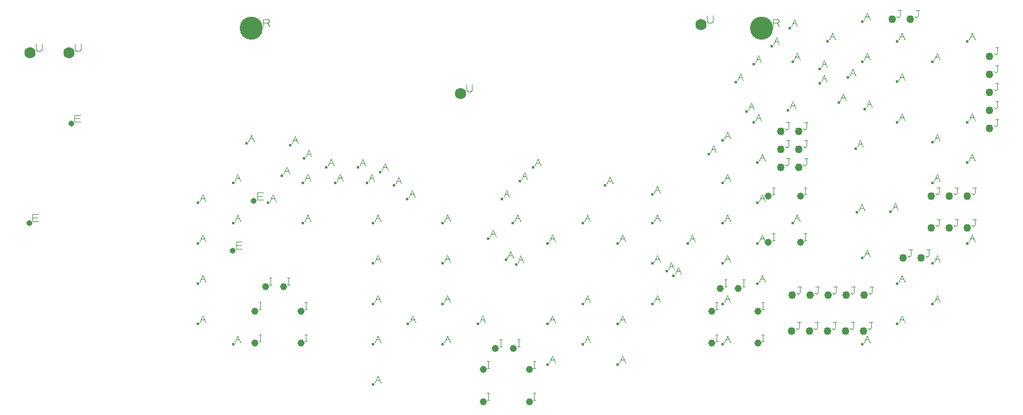
<source format=gbr>
G04 GENERATED BY PULSONIX 8.5 GERBER.DLL 5907*
G04 #@! TF.Part,Single*
%FSLAX35Y35*%
%LPD*%
%MOMM*%
%ADD102C,0.10000*%
G04 #@! TA.AperFunction,ViaPad*
%ADD147C,0.40000*%
G04 #@! TA.AperFunction,WasherPad*
%ADD148C,3.25000*%
G04 #@! TA.AperFunction,ComponentPad*
%ADD151C,1.10000*%
%ADD152C,1.60000*%
%ADD154C,1.00000*%
%ADD218C,0.80000*%
X0Y0D02*
D02*
D102*
X565564Y2796805D02*
X565564Y2895628D01*
X647917*
X631446Y2846217D02*
X565564Y2846217D01*
Y2796805D02*
X647917Y2796805D01*
X617008Y5300029D02*
X617008Y5225912D01*
X625243Y5209441*
X641714Y5201206*
X674655*
X691126Y5209441*
X699361Y5225912*
Y5300029*
X1161038Y4199654D02*
X1161038Y4298477D01*
X1243391*
X1226920Y4249066D02*
X1161038Y4249066D01*
Y4199654D02*
X1243391Y4199654D01*
X1167008Y5300029D02*
X1167008Y5225912D01*
X1175243Y5209441*
X1191714Y5201206*
X1224655*
X1241126Y5209441*
X1249361Y5225912*
Y5300029*
X2930034Y1369956D02*
X2971210Y1468779D01*
X3012387Y1369956*
X2946505Y1411132D02*
X2995916Y1411132D01*
X2930034Y1939956D02*
X2971210Y2038779D01*
X3012387Y1939956*
X2946505Y1981132D02*
X2995916Y1981132D01*
X2930034Y2509956D02*
X2971210Y2608779D01*
X3012387Y2509956*
X2946505Y2551132D02*
X2995916Y2551132D01*
X2930034Y3079956D02*
X2971210Y3178779D01*
X3012387Y3079956*
X2946505Y3121132D02*
X2995916Y3121132D01*
X3423668Y1084956D02*
X3464844Y1183779D01*
X3506021Y1084956*
X3440139Y1126132D02*
X3489550Y1126132D01*
X3423668Y2794956D02*
X3464844Y2893779D01*
X3506021Y2794956*
X3440139Y2836132D02*
X3489550Y2836132D01*
X3423668Y3364956D02*
X3464844Y3463779D01*
X3506021Y3364956*
X3440139Y3406132D02*
X3489550Y3406132D01*
X3441496Y2406023D02*
X3441496Y2504846D01*
X3523849*
X3507378Y2455435D02*
X3441496Y2455435D01*
Y2406023D02*
X3523849Y2406023D01*
X3611395Y3921206D02*
X3652571Y4020029D01*
X3693748Y3921206*
X3627866Y3962382D02*
X3677277Y3962382D01*
X3738452Y3105607D02*
X3738452Y3204430D01*
X3820805*
X3804334Y3155019D02*
X3738452Y3155019D01*
Y3105607D02*
X3820805Y3105607D01*
X3762008Y1101206D02*
X3794949Y1101206D01*
X3778479D02*
X3778479Y1200029D01*
X3762008D02*
X3794949Y1200029D01*
X3762008Y1551206D02*
X3794949Y1551206D01*
X3778479D02*
X3778479Y1650029D01*
X3762008D02*
X3794949Y1650029D01*
X3824508Y5551206D02*
X3824508Y5650029D01*
X3882155*
X3898626Y5641794*
X3906861Y5625324*
X3898626Y5608853*
X3882155Y5600618*
X3824508*
X3882155D02*
X3906861Y5551206D01*
X3910008Y1901206D02*
X3942949Y1901206D01*
X3926479D02*
X3926479Y2000029D01*
X3910008D02*
X3942949Y2000029D01*
X3917302Y3079956D02*
X3958478Y3178779D01*
X3999655Y3079956*
X3933773Y3121132D02*
X3983184Y3121132D01*
X4115758Y3467456D02*
X4156934Y3566279D01*
X4198111Y3467456*
X4132229Y3508632D02*
X4181640Y3508632D01*
X4164008Y1901206D02*
X4196949Y1901206D01*
X4180479D02*
X4180479Y2000029D01*
X4164008D02*
X4196949Y2000029D01*
X4232508Y3897706D02*
X4273684Y3996529D01*
X4314861Y3897706*
X4248979Y3938882D02*
X4298390Y3938882D01*
X4410936Y2794956D02*
X4452112Y2893779D01*
X4493289Y2794956*
X4427407Y2836132D02*
X4476818Y2836132D01*
X4410936Y3364956D02*
X4452112Y3463779D01*
X4493289Y3364956*
X4427407Y3406132D02*
X4476818Y3406132D01*
X4412008Y1101206D02*
X4444949Y1101206D01*
X4428479D02*
X4428479Y1200029D01*
X4412008D02*
X4444949Y1200029D01*
X4412008Y1551206D02*
X4444949Y1551206D01*
X4428479D02*
X4428479Y1650029D01*
X4412008D02*
X4444949Y1650029D01*
X4423008Y3707206D02*
X4464184Y3806029D01*
X4505361Y3707206*
X4439479Y3748382D02*
X4488890Y3748382D01*
X4740508Y3580206D02*
X4781684Y3679029D01*
X4822861Y3580206*
X4756979Y3621382D02*
X4806390Y3621382D01*
X4867508Y3364956D02*
X4908684Y3463779D01*
X4949861Y3364956*
X4883979Y3406132D02*
X4933390Y3406132D01*
X5185008Y3580206D02*
X5226184Y3679029D01*
X5267361Y3580206*
X5201479Y3621382D02*
X5250890Y3621382D01*
X5312008Y3364956D02*
X5353184Y3463779D01*
X5394361Y3364956*
X5328479Y3406132D02*
X5377890Y3406132D01*
X5398204Y514956D02*
X5439380Y613779D01*
X5480557Y514956*
X5414675Y556132D02*
X5464086Y556132D01*
X5398204Y1084956D02*
X5439380Y1183779D01*
X5480557Y1084956*
X5414675Y1126132D02*
X5464086Y1126132D01*
X5398204Y1654956D02*
X5439380Y1753779D01*
X5480557Y1654956*
X5414675Y1696132D02*
X5464086Y1696132D01*
X5398204Y2224956D02*
X5439380Y2323779D01*
X5480557Y2224956*
X5414675Y2266132D02*
X5464086Y2266132D01*
X5398204Y2794956D02*
X5439380Y2893779D01*
X5480557Y2794956*
X5414675Y2836132D02*
X5464086Y2836132D01*
X5502508Y3516706D02*
X5543684Y3615529D01*
X5584861Y3516706*
X5518979Y3557882D02*
X5568390Y3557882D01*
X5693008Y3326206D02*
X5734184Y3425029D01*
X5775361Y3326206*
X5709479Y3367382D02*
X5758890Y3367382D01*
X5883508Y3135706D02*
X5924684Y3234529D01*
X5965861Y3135706*
X5899979Y3176882D02*
X5949390Y3176882D01*
X5891838Y1369956D02*
X5933014Y1468779D01*
X5974191Y1369956*
X5908309Y1411132D02*
X5957720Y1411132D01*
X6385472Y1084956D02*
X6426648Y1183779D01*
X6467825Y1084956*
X6401943Y1126132D02*
X6451354Y1126132D01*
X6385472Y1654956D02*
X6426648Y1753779D01*
X6467825Y1654956*
X6401943Y1696132D02*
X6451354Y1696132D01*
X6385472Y2224956D02*
X6426648Y2323779D01*
X6467825Y2224956*
X6401943Y2266132D02*
X6451354Y2266132D01*
X6385472Y2794956D02*
X6426648Y2893779D01*
X6467825Y2794956*
X6401943Y2836132D02*
X6451354Y2836132D01*
X6692008Y4725029D02*
X6692008Y4650912D01*
X6700243Y4634441*
X6716714Y4626206*
X6749655*
X6766126Y4634441*
X6774361Y4650912*
Y4725029*
X6879106Y1369956D02*
X6920282Y1468779D01*
X6961459Y1369956*
X6895577Y1411132D02*
X6944988Y1411132D01*
X6987008Y276206D02*
X7019949Y276206D01*
X7003479D02*
X7003479Y375029D01*
X6987008D02*
X7019949Y375029D01*
X6987008Y726206D02*
X7019949Y726206D01*
X7003479D02*
X7003479Y825029D01*
X6987008D02*
X7019949Y825029D01*
X7026508Y2576206D02*
X7067684Y2675029D01*
X7108861Y2576206*
X7042979Y2617382D02*
X7092390Y2617382D01*
X7160008Y1026206D02*
X7192949Y1026206D01*
X7176479D02*
X7176479Y1125029D01*
X7160008D02*
X7192949Y1125029D01*
X7217008Y3135706D02*
X7258184Y3234529D01*
X7299361Y3135706*
X7233479Y3176882D02*
X7282890Y3176882D01*
X7274883Y2276831D02*
X7316059Y2375654D01*
X7357236Y2276831*
X7291354Y2318007D02*
X7340765Y2318007D01*
X7372740Y2794956D02*
X7413916Y2893779D01*
X7455093Y2794956*
X7389211Y2836132D02*
X7438622Y2836132D01*
X7414008Y1026206D02*
X7446949Y1026206D01*
X7430479D02*
X7430479Y1125029D01*
X7414008D02*
X7446949Y1125029D01*
X7420030Y2213331D02*
X7461206Y2312154D01*
X7502383Y2213331*
X7436501Y2254507D02*
X7485912Y2254507D01*
X7471008Y3389706D02*
X7512184Y3488529D01*
X7553361Y3389706*
X7487479Y3430882D02*
X7536890Y3430882D01*
X7637008Y276206D02*
X7669949Y276206D01*
X7653479D02*
X7653479Y375029D01*
X7637008D02*
X7669949Y375029D01*
X7637008Y726206D02*
X7669949Y726206D01*
X7653479D02*
X7653479Y825029D01*
X7637008D02*
X7669949Y825029D01*
X7661508Y3580206D02*
X7702684Y3679029D01*
X7743861Y3580206*
X7677979Y3621382D02*
X7727390Y3621382D01*
X7866374Y799956D02*
X7907550Y898779D01*
X7948727Y799956*
X7882845Y841132D02*
X7932256Y841132D01*
X7866374Y1369956D02*
X7907550Y1468779D01*
X7948727Y1369956*
X7882845Y1411132D02*
X7932256Y1411132D01*
X7866374Y2509956D02*
X7907550Y2608779D01*
X7948727Y2509956*
X7882845Y2551132D02*
X7932256Y2551132D01*
X8360008Y1084956D02*
X8401184Y1183779D01*
X8442361Y1084956*
X8376479Y1126132D02*
X8425890Y1126132D01*
X8360008Y1654956D02*
X8401184Y1753779D01*
X8442361Y1654956*
X8376479Y1696132D02*
X8425890Y1696132D01*
X8360008Y2794956D02*
X8401184Y2893779D01*
X8442361Y2794956*
X8376479Y2836132D02*
X8425890Y2836132D01*
X8677508Y3326206D02*
X8718684Y3425029D01*
X8759861Y3326206*
X8693979Y3367382D02*
X8743390Y3367382D01*
X8853642Y799956D02*
X8894818Y898779D01*
X8935995Y799956*
X8870113Y841132D02*
X8919524Y841132D01*
X8853642Y1369956D02*
X8894818Y1468779D01*
X8935995Y1369956*
X8870113Y1411132D02*
X8919524Y1411132D01*
X8853642Y2509956D02*
X8894818Y2608779D01*
X8935995Y2509956*
X8870113Y2551132D02*
X8919524Y2551132D01*
X9347276Y1654956D02*
X9388452Y1753779D01*
X9429629Y1654956*
X9363747Y1696132D02*
X9413158Y1696132D01*
X9347276Y2224956D02*
X9388452Y2323779D01*
X9429629Y2224956*
X9363747Y2266132D02*
X9413158Y2266132D01*
X9347276Y2794956D02*
X9388452Y2893779D01*
X9429629Y2794956*
X9363747Y2836132D02*
X9413158Y2836132D01*
X9347276Y3199206D02*
X9388452Y3298029D01*
X9429629Y3199206*
X9363747Y3240382D02*
X9413158Y3240382D01*
X9545008Y2118081D02*
X9586184Y2216904D01*
X9627361Y2118081*
X9561479Y2159257D02*
X9610890Y2159257D01*
X9640258Y2054581D02*
X9681434Y2153404D01*
X9722611Y2054581*
X9656729Y2095757D02*
X9706140Y2095757D01*
X9840910Y2509956D02*
X9882086Y2608779D01*
X9923263Y2509956*
X9857381Y2551132D02*
X9906792Y2551132D01*
X10092008Y5700029D02*
X10092008Y5625912D01*
X10100243Y5609441*
X10116714Y5601206*
X10149655*
X10166126Y5609441*
X10174361Y5625912*
Y5700029*
X10138008Y3770706D02*
X10179184Y3869529D01*
X10220361Y3770706*
X10154479Y3811882D02*
X10203890Y3811882D01*
X10212008Y1101206D02*
X10244949Y1101206D01*
X10228479D02*
X10228479Y1200029D01*
X10212008D02*
X10244949Y1200029D01*
X10212008Y1551206D02*
X10244949Y1551206D01*
X10228479D02*
X10228479Y1650029D01*
X10212008D02*
X10244949Y1650029D01*
X10334544Y1084956D02*
X10375720Y1183779D01*
X10416897Y1084956*
X10351015Y1126132D02*
X10400426Y1126132D01*
X10334544Y1654956D02*
X10375720Y1753779D01*
X10416897Y1654956*
X10351015Y1696132D02*
X10400426Y1696132D01*
X10334544Y2224956D02*
X10375720Y2323779D01*
X10416897Y2224956*
X10351015Y2266132D02*
X10400426Y2266132D01*
X10334544Y2794956D02*
X10375720Y2893779D01*
X10416897Y2794956*
X10351015Y2836132D02*
X10400426Y2836132D01*
X10334544Y3364956D02*
X10375720Y3463779D01*
X10416897Y3364956*
X10351015Y3406132D02*
X10400426Y3406132D01*
X10334544Y3961206D02*
X10375720Y4060029D01*
X10416897Y3961206*
X10351015Y4002382D02*
X10400426Y4002382D01*
X10335008Y1876206D02*
X10367949Y1876206D01*
X10351479D02*
X10351479Y1975029D01*
X10335008D02*
X10367949Y1975029D01*
X10519008Y4786706D02*
X10560184Y4885529D01*
X10601361Y4786706*
X10535479Y4827882D02*
X10584890Y4827882D01*
X10589008Y1876206D02*
X10621949Y1876206D01*
X10605479D02*
X10605479Y1975029D01*
X10589008D02*
X10621949Y1975029D01*
X10672133Y4372331D02*
X10713309Y4471154D01*
X10754486Y4372331*
X10688604Y4413507D02*
X10738015Y4413507D01*
X10773008Y4215206D02*
X10814184Y4314029D01*
X10855361Y4215206*
X10789479Y4256382D02*
X10838890Y4256382D01*
X10773008Y5040706D02*
X10814184Y5139529D01*
X10855361Y5040706*
X10789479Y5081882D02*
X10838890Y5081882D01*
X10828178Y1939956D02*
X10869354Y2038779D01*
X10910531Y1939956*
X10844649Y1981132D02*
X10894060Y1981132D01*
X10828178Y2509956D02*
X10869354Y2608779D01*
X10910531Y2509956*
X10844649Y2551132D02*
X10894060Y2551132D01*
X10828178Y3079956D02*
X10869354Y3178779D01*
X10910531Y3079956*
X10844649Y3121132D02*
X10894060Y3121132D01*
X10828178Y3649956D02*
X10869354Y3748779D01*
X10910531Y3649956*
X10844649Y3691132D02*
X10894060Y3691132D01*
X10862008Y1101206D02*
X10894949Y1101206D01*
X10878479D02*
X10878479Y1200029D01*
X10862008D02*
X10894949Y1200029D01*
X10862008Y1551206D02*
X10894949Y1551206D01*
X10878479D02*
X10878479Y1650029D01*
X10862008D02*
X10894949Y1650029D01*
X11012008Y2526206D02*
X11044949Y2526206D01*
X11028479D02*
X11028479Y2625029D01*
X11012008D02*
X11044949Y2625029D01*
X11012008Y3176206D02*
X11044949Y3176206D01*
X11028479D02*
X11028479Y3275029D01*
X11012008D02*
X11044949Y3275029D01*
X11024508Y5551206D02*
X11024508Y5650029D01*
X11082155*
X11098626Y5641794*
X11106861Y5625324*
X11098626Y5608853*
X11082155Y5600618*
X11024508*
X11082155D02*
X11106861Y5551206D01*
X11027008Y5294706D02*
X11068184Y5393529D01*
X11109361Y5294706*
X11043479Y5335882D02*
X11092890Y5335882D01*
X11192008Y3601676D02*
X11200243Y3593441D01*
X11216714Y3585206*
X11233184Y3593441*
X11241420Y3601676*
Y3684029*
X11257890*
X11241420D02*
X11208479Y3684029D01*
X11192008Y3855676D02*
X11200243Y3847441D01*
X11216714Y3839206*
X11233184Y3847441*
X11241420Y3855676*
Y3938029*
X11257890*
X11241420D02*
X11208479Y3938029D01*
X11192008Y4109676D02*
X11200243Y4101441D01*
X11216714Y4093206*
X11233184Y4101441*
X11241420Y4109676*
Y4192029*
X11257890*
X11241420D02*
X11208479Y4192029D01*
X11259508Y4388206D02*
X11300684Y4487029D01*
X11341861Y4388206*
X11275979Y4429382D02*
X11325390Y4429382D01*
X11281008Y5548706D02*
X11322184Y5647529D01*
X11363361Y5548706*
X11297479Y5589882D02*
X11346890Y5589882D01*
X11321812Y2794956D02*
X11362988Y2893779D01*
X11404165Y2794956*
X11338283Y2836132D02*
X11387694Y2836132D01*
X11321812Y5074956D02*
X11362988Y5173779D01*
X11404165Y5074956*
X11338283Y5116132D02*
X11387694Y5116132D01*
X11342008Y1292676D02*
X11350243Y1284441D01*
X11366714Y1276206*
X11383184Y1284441*
X11391420Y1292676*
Y1375029*
X11407890*
X11391420D02*
X11358479Y1375029D01*
X11351008Y1792676D02*
X11359243Y1784441D01*
X11375714Y1776206*
X11392184Y1784441*
X11400420Y1792676*
Y1875029*
X11416890*
X11400420D02*
X11367479Y1875029D01*
X11446008Y3601676D02*
X11454243Y3593441D01*
X11470714Y3585206*
X11487184Y3593441*
X11495420Y3601676*
Y3684029*
X11511890*
X11495420D02*
X11462479Y3684029D01*
X11446008Y3855676D02*
X11454243Y3847441D01*
X11470714Y3839206*
X11487184Y3847441*
X11495420Y3855676*
Y3938029*
X11511890*
X11495420D02*
X11462479Y3938029D01*
X11446008Y4109676D02*
X11454243Y4101441D01*
X11470714Y4093206*
X11487184Y4101441*
X11495420Y4109676*
Y4192029*
X11511890*
X11495420D02*
X11462479Y4192029D01*
X11462008Y2526206D02*
X11494949Y2526206D01*
X11478479D02*
X11478479Y2625029D01*
X11462008D02*
X11494949Y2625029D01*
X11462008Y3176206D02*
X11494949Y3176206D01*
X11478479D02*
X11478479Y3275029D01*
X11462008D02*
X11494949Y3275029D01*
X11596008Y1292676D02*
X11604243Y1284441D01*
X11620714Y1276206*
X11637184Y1284441*
X11645420Y1292676*
Y1375029*
X11661890*
X11645420D02*
X11612479Y1375029D01*
X11605008Y1792676D02*
X11613243Y1784441D01*
X11629714Y1776206*
X11646184Y1784441*
X11654420Y1792676*
Y1875029*
X11670890*
X11654420D02*
X11621479Y1875029D01*
X11704008Y4766706D02*
X11745184Y4865529D01*
X11786361Y4766706*
X11720479Y4807882D02*
X11769890Y4807882D01*
X11704008Y4975581D02*
X11745184Y5074404D01*
X11786361Y4975581*
X11720479Y5016757D02*
X11769890Y5016757D01*
X11815446Y5359956D02*
X11856622Y5458779D01*
X11897799Y5359956*
X11831917Y5401132D02*
X11881328Y5401132D01*
X11850008Y1292676D02*
X11858243Y1284441D01*
X11874714Y1276206*
X11891184Y1284441*
X11899420Y1292676*
Y1375029*
X11915890*
X11899420D02*
X11866479Y1375029D01*
X11859008Y1792676D02*
X11867243Y1784441D01*
X11883714Y1776206*
X11900184Y1784441*
X11908420Y1792676*
Y1875029*
X11924890*
X11908420D02*
X11875479Y1875029D01*
X11973883Y4499331D02*
X12015059Y4598154D01*
X12056236Y4499331*
X11990354Y4540507D02*
X12039765Y4540507D01*
X12104008Y1292676D02*
X12112243Y1284441D01*
X12128714Y1276206*
X12145184Y1284441*
X12153420Y1292676*
Y1375029*
X12169890*
X12153420D02*
X12120479Y1375029D01*
X12106508Y4850206D02*
X12147684Y4949029D01*
X12188861Y4850206*
X12122979Y4891382D02*
X12172390Y4891382D01*
X12113008Y1792676D02*
X12121243Y1784441D01*
X12137714Y1776206*
X12154184Y1784441*
X12162420Y1792676*
Y1875029*
X12178890*
X12162420D02*
X12129479Y1875029D01*
X12212008Y3848456D02*
X12253184Y3947279D01*
X12294361Y3848456*
X12228479Y3889632D02*
X12277890Y3889632D01*
X12233508Y2945206D02*
X12274684Y3044029D01*
X12315861Y2945206*
X12249979Y2986382D02*
X12299390Y2986382D01*
X12307258Y2301206D02*
X12348434Y2400029D01*
X12389611Y2301206*
X12323729Y2342382D02*
X12373140Y2342382D01*
X12309080Y1084956D02*
X12350256Y1183779D01*
X12391433Y1084956*
X12325551Y1126132D02*
X12374962Y1126132D01*
X12309080Y5074956D02*
X12350256Y5173779D01*
X12391433Y5074956*
X12325551Y5116132D02*
X12374962Y5116132D01*
X12309080Y5644956D02*
X12350256Y5743779D01*
X12391433Y5644956*
X12325551Y5686132D02*
X12374962Y5686132D01*
X12339008Y4404081D02*
X12380184Y4502904D01*
X12421361Y4404081*
X12355479Y4445257D02*
X12404890Y4445257D01*
X12358008Y1292676D02*
X12366243Y1284441D01*
X12382714Y1276206*
X12399184Y1284441*
X12407420Y1292676*
Y1375029*
X12423890*
X12407420D02*
X12374479Y1375029D01*
X12367008Y1792676D02*
X12375243Y1784441D01*
X12391714Y1776206*
X12408184Y1784441*
X12416420Y1792676*
Y1875029*
X12432890*
X12416420D02*
X12383479Y1875029D01*
X12704133Y2959456D02*
X12745309Y3058279D01*
X12786486Y2959456*
X12720604Y3000632D02*
X12770015Y3000632D01*
X12767008Y5692676D02*
X12775243Y5684441D01*
X12791714Y5676206*
X12808184Y5684441*
X12816420Y5692676*
Y5775029*
X12832890*
X12816420D02*
X12783479Y5775029D01*
X12802714Y1369956D02*
X12843890Y1468779D01*
X12885067Y1369956*
X12819185Y1411132D02*
X12868596Y1411132D01*
X12802714Y1939956D02*
X12843890Y2038779D01*
X12885067Y1939956*
X12819185Y1981132D02*
X12868596Y1981132D01*
X12802714Y4219956D02*
X12843890Y4318779D01*
X12885067Y4219956*
X12819185Y4261132D02*
X12868596Y4261132D01*
X12802714Y4789956D02*
X12843890Y4888779D01*
X12885067Y4789956*
X12819185Y4831132D02*
X12868596Y4831132D01*
X12802714Y5359956D02*
X12843890Y5458779D01*
X12885067Y5359956*
X12819185Y5401132D02*
X12868596Y5401132D01*
X12917008Y2317676D02*
X12925243Y2309441D01*
X12941714Y2301206*
X12958184Y2309441*
X12966420Y2317676*
Y2400029*
X12982890*
X12966420D02*
X12933479Y2400029D01*
X13021008Y5692676D02*
X13029243Y5684441D01*
X13045714Y5676206*
X13062184Y5684441*
X13070420Y5692676*
Y5775029*
X13086890*
X13070420D02*
X13037479Y5775029D01*
X13171008Y2317676D02*
X13179243Y2309441D01*
X13195714Y2301206*
X13212184Y2309441*
X13220420Y2317676*
Y2400029*
X13236890*
X13220420D02*
X13187479Y2400029D01*
X13296348Y1654956D02*
X13337524Y1753779D01*
X13378701Y1654956*
X13312819Y1696132D02*
X13362230Y1696132D01*
X13296348Y2224956D02*
X13337524Y2323779D01*
X13378701Y2224956*
X13312819Y2266132D02*
X13362230Y2266132D01*
X13296348Y3364956D02*
X13337524Y3463779D01*
X13378701Y3364956*
X13312819Y3406132D02*
X13362230Y3406132D01*
X13296348Y3934956D02*
X13337524Y4033779D01*
X13378701Y3934956*
X13312819Y3976132D02*
X13362230Y3976132D01*
X13296348Y5074956D02*
X13337524Y5173779D01*
X13378701Y5074956*
X13312819Y5116132D02*
X13362230Y5116132D01*
X13317008Y2742676D02*
X13325243Y2734441D01*
X13341714Y2726206*
X13358184Y2734441*
X13366420Y2742676*
Y2825029*
X13382890*
X13366420D02*
X13333479Y2825029D01*
X13317008Y3192676D02*
X13325243Y3184441D01*
X13341714Y3176206*
X13358184Y3184441*
X13366420Y3192676*
Y3275029*
X13382890*
X13366420D02*
X13333479Y3275029D01*
X13571008Y2742676D02*
X13579243Y2734441D01*
X13595714Y2726206*
X13612184Y2734441*
X13620420Y2742676*
Y2825029*
X13636890*
X13620420D02*
X13587479Y2825029D01*
X13571008Y3192676D02*
X13579243Y3184441D01*
X13595714Y3176206*
X13612184Y3184441*
X13620420Y3192676*
Y3275029*
X13636890*
X13620420D02*
X13587479Y3275029D01*
X13789982Y2509956D02*
X13831158Y2608779D01*
X13872335Y2509956*
X13806453Y2551132D02*
X13855864Y2551132D01*
X13789982Y3649956D02*
X13831158Y3748779D01*
X13872335Y3649956*
X13806453Y3691132D02*
X13855864Y3691132D01*
X13789982Y4219956D02*
X13831158Y4318779D01*
X13872335Y4219956*
X13806453Y4261132D02*
X13855864Y4261132D01*
X13789982Y5359956D02*
X13831158Y5458779D01*
X13872335Y5359956*
X13806453Y5401132D02*
X13855864Y5401132D01*
X13825008Y2742676D02*
X13833243Y2734441D01*
X13849714Y2726206*
X13866184Y2734441*
X13874420Y2742676*
Y2825029*
X13890890*
X13874420D02*
X13841479Y2825029D01*
X13825008Y3192676D02*
X13833243Y3184441D01*
X13849714Y3176206*
X13866184Y3184441*
X13874420Y3192676*
Y3275029*
X13890890*
X13874420D02*
X13841479Y3275029D01*
X14142008Y4151676D02*
X14150243Y4143441D01*
X14166714Y4135206*
X14183184Y4143441*
X14191420Y4151676*
Y4234029*
X14207890*
X14191420D02*
X14158479Y4234029D01*
X14142008Y4405676D02*
X14150243Y4397441D01*
X14166714Y4389206*
X14183184Y4397441*
X14191420Y4405676*
Y4488029*
X14207890*
X14191420D02*
X14158479Y4488029D01*
X14142008Y4659676D02*
X14150243Y4651441D01*
X14166714Y4643206*
X14183184Y4651441*
X14191420Y4659676*
Y4742029*
X14207890*
X14191420D02*
X14158479Y4742029D01*
X14142008Y4913676D02*
X14150243Y4905441D01*
X14166714Y4897206*
X14183184Y4905441*
X14191420Y4913676*
Y4996029*
X14207890*
X14191420D02*
X14158479Y4996029D01*
X14142008Y5167676D02*
X14150243Y5159441D01*
X14166714Y5151206*
X14183184Y5159441*
X14191420Y5167676*
Y5250029*
X14207890*
X14191420D02*
X14158479Y5250029D01*
D02*
D147*
X2905034Y1345250D03*
Y1915250D03*
Y2485250D03*
Y3055250D03*
X3398668Y1060250D03*
Y2770250D03*
Y3340250D03*
X3586395Y3896500D03*
X3892302Y3055250D03*
X4090758Y3442750D03*
X4207508Y3873000D03*
X4385936Y2770250D03*
Y3340250D03*
X4398008Y3682500D03*
X4715508Y3555500D03*
X4842508Y3340250D03*
X5160008Y3555500D03*
X5287008Y3340250D03*
X5373204Y490250D03*
Y1060250D03*
Y1630250D03*
Y2200250D03*
Y2770250D03*
X5477508Y3492000D03*
X5668008Y3301500D03*
X5858508Y3111000D03*
X5866838Y1345250D03*
X6360472Y1060250D03*
Y1630250D03*
Y2200250D03*
Y2770250D03*
X6854106Y1345250D03*
X7001508Y2551500D03*
X7192008Y3111000D03*
X7249883Y2252125D03*
X7347740Y2770250D03*
X7395030Y2188625D03*
X7446008Y3365000D03*
X7636508Y3555500D03*
X7841374Y775250D03*
Y1345250D03*
Y2485250D03*
X8335008Y1060250D03*
Y1630250D03*
Y2770250D03*
X8652508Y3301500D03*
X8828642Y775250D03*
Y1345250D03*
Y2485250D03*
X9322276Y1630250D03*
Y2200250D03*
Y2770250D03*
Y3174500D03*
X9520008Y2093375D03*
X9615258Y2029875D03*
X9815910Y2485250D03*
X10113008Y3746000D03*
X10309544Y1060250D03*
Y1630250D03*
Y2200250D03*
Y2770250D03*
Y3340250D03*
Y3936500D03*
X10494008Y4762000D03*
X10647133Y4347625D03*
X10748008Y4190500D03*
Y5016000D03*
X10803178Y1915250D03*
Y2485250D03*
Y3055250D03*
Y3625250D03*
X11002008Y5270000D03*
X11234508Y4363500D03*
X11256008Y5524000D03*
X11296812Y2770250D03*
Y5050250D03*
X11679008Y4742000D03*
Y4950875D03*
X11790446Y5335250D03*
X11948883Y4474625D03*
X12081508Y4825500D03*
X12187008Y3823750D03*
X12208508Y2920500D03*
X12282258Y2276500D03*
X12284080Y1060250D03*
Y5050250D03*
Y5620250D03*
X12314008Y4379375D03*
X12679133Y2934750D03*
X12777714Y1345250D03*
Y1915250D03*
Y4195250D03*
Y4765250D03*
Y5335250D03*
X13271348Y1630250D03*
Y2200250D03*
Y3340250D03*
Y3910250D03*
Y5050250D03*
X13764982Y2485250D03*
Y3625250D03*
Y4195250D03*
Y5335250D03*
D02*
D148*
X3657008Y5526500D03*
X10857008D03*
D02*
D151*
X11132008Y3560500D03*
Y3814500D03*
Y4068500D03*
X11282008Y1251500D03*
X11291008Y1751500D03*
X11386008Y3560500D03*
Y3814500D03*
Y4068500D03*
X11536008Y1251500D03*
X11545008Y1751500D03*
X11790008Y1251500D03*
X11799008Y1751500D03*
X12044008Y1251500D03*
X12053008Y1751500D03*
X12298008Y1251500D03*
X12307008Y1751500D03*
X12707008Y5651500D03*
X12857008Y2276500D03*
X12961008Y5651500D03*
X13111008Y2276500D03*
X13257008Y2701500D03*
Y3151500D03*
X13511008Y2701500D03*
Y3151500D03*
X13765008Y2701500D03*
Y3151500D03*
X14082008Y4110500D03*
Y4364500D03*
Y4618500D03*
Y4872500D03*
Y5126500D03*
D02*
D152*
X532008Y5176500D03*
X1082008D03*
X6607008Y4601500D03*
X10007008Y5576500D03*
D02*
D154*
X3707008Y1076500D03*
Y1526500D03*
X3855008Y1876500D03*
X4109008D03*
X4357008Y1076500D03*
Y1526500D03*
X6932008Y251500D03*
Y701500D03*
X7105008Y1001500D03*
X7359008D03*
X7582008Y251500D03*
Y701500D03*
X10157008Y1076500D03*
Y1526500D03*
X10280008Y1851500D03*
X10534008D03*
X10807008Y1076500D03*
Y1526500D03*
X10957008Y2501500D03*
Y3151500D03*
X11407008Y2501500D03*
Y3151500D03*
D02*
D218*
X520564Y2772099D03*
X1116038Y4174948D03*
X3396496Y2381317D03*
X3693452Y3080901D03*
X0Y0D02*
M02*

</source>
